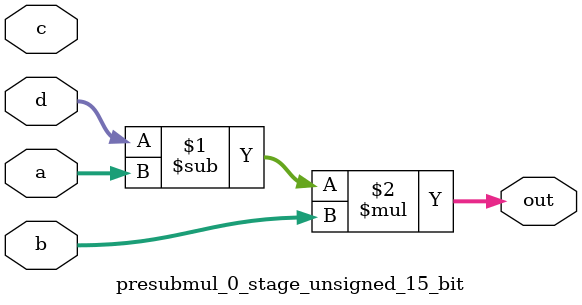
<source format=sv>
(* use_dsp = "yes" *) module presubmul_0_stage_unsigned_15_bit(
	input  [14:0] a,
	input  [14:0] b,
	input  [14:0] c,
	input  [14:0] d,
	output [14:0] out
	);

	assign out = (d - a) * b;
endmodule

</source>
